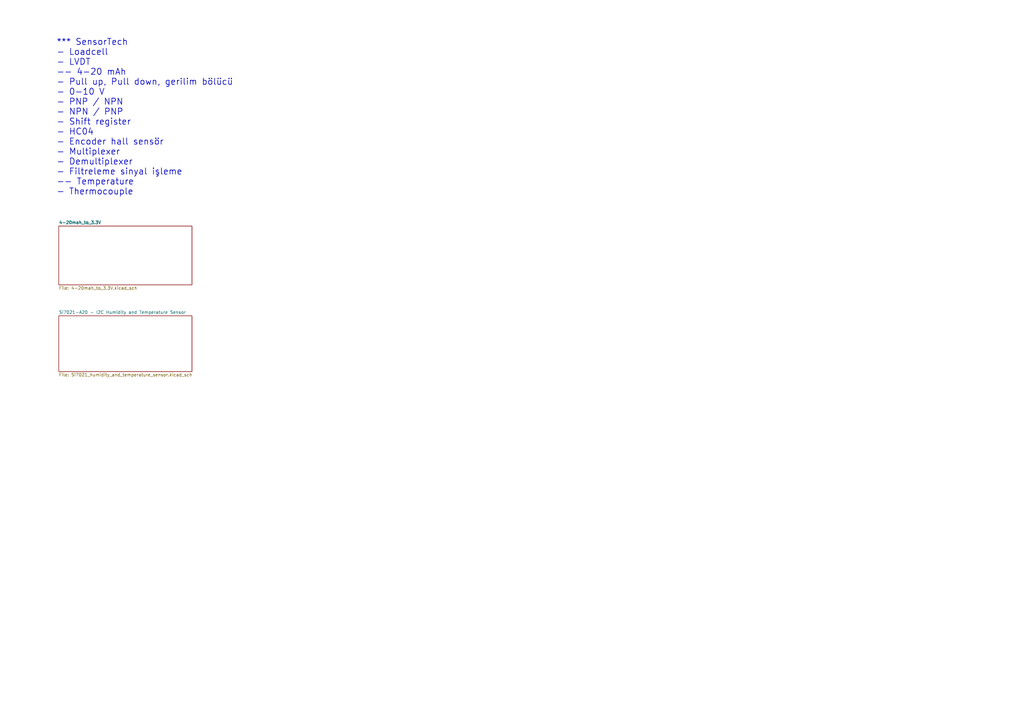
<source format=kicad_sch>
(kicad_sch
	(version 20250114)
	(generator "eeschema")
	(generator_version "9.0")
	(uuid "c48f3267-cc9a-42ff-99ff-5758205a3e4c")
	(paper "A3")
	(lib_symbols)
	(text "*** SensorTech\n- Loadcell \n- LVDT\n-- 4-20 mAh\n- Pull up, Pull down, gerilim bölücü\n- 0-10 V\n- PNP / NPN\n- NPN / PNP\n- Shift register\n- HC04\n- Encoder hall sensör\n- Multiplexer\n- Demultiplexer\n- Filtreleme sinyal işleme\n-- Temperature\n- Thermocouple\n"
		(exclude_from_sim no)
		(at 23.114 48.006 0)
		(effects
			(font
				(size 2.54 2.54)
				(thickness 0.254)
				(bold yes)
			)
			(justify left)
		)
		(uuid "98b91943-9554-4614-b5ed-aaa6579a09d0")
	)
	(sheet
		(at 24.13 129.54)
		(size 54.61 22.86)
		(exclude_from_sim no)
		(in_bom yes)
		(on_board yes)
		(dnp no)
		(fields_autoplaced yes)
		(stroke
			(width 0.1524)
			(type solid)
		)
		(fill
			(color 0 0 0 0.0000)
		)
		(uuid "dfbecd62-96e5-45c7-a598-55c37a7d13c5")
		(property "Sheetname" "Si7021-A20 - I2C Humidity and Temperature Sensor"
			(at 24.13 128.8284 0)
			(effects
				(font
					(size 1.27 1.27)
				)
				(justify left bottom)
			)
		)
		(property "Sheetfile" "Si7021_humidity_and_temperature_sensor.kicad_sch"
			(at 24.13 152.9846 0)
			(effects
				(font
					(size 1.27 1.27)
				)
				(justify left top)
			)
		)
		(property "Field2" ""
			(at 24.13 129.54 0)
			(effects
				(font
					(size 1.27 1.27)
				)
			)
		)
		(instances
			(project "baxeltr_sensor"
				(path "/c48f3267-cc9a-42ff-99ff-5758205a3e4c"
					(page "3")
				)
			)
		)
	)
	(sheet
		(at 24.13 92.71)
		(size 54.61 24.13)
		(exclude_from_sim no)
		(in_bom yes)
		(on_board yes)
		(dnp no)
		(fields_autoplaced yes)
		(stroke
			(width 0.1524)
			(type solid)
		)
		(fill
			(color 0 0 0 0.0000)
		)
		(uuid "e55981ed-f400-497f-8133-b802d5c26823")
		(property "Sheetname" "4-20mah_to_3.3V"
			(at 24.13 91.9984 0)
			(effects
				(font
					(size 1.27 1.27)
					(thickness 0.254)
					(bold yes)
				)
				(justify left bottom)
			)
		)
		(property "Sheetfile" "4-20mah_to_3.3V.kicad_sch"
			(at 24.13 117.4246 0)
			(effects
				(font
					(size 1.27 1.27)
				)
				(justify left top)
			)
		)
		(instances
			(project "baxeltr_sensor"
				(path "/c48f3267-cc9a-42ff-99ff-5758205a3e4c"
					(page "2")
				)
			)
		)
	)
	(sheet_instances
		(path "/"
			(page "1")
		)
	)
	(embedded_fonts no)
)

</source>
